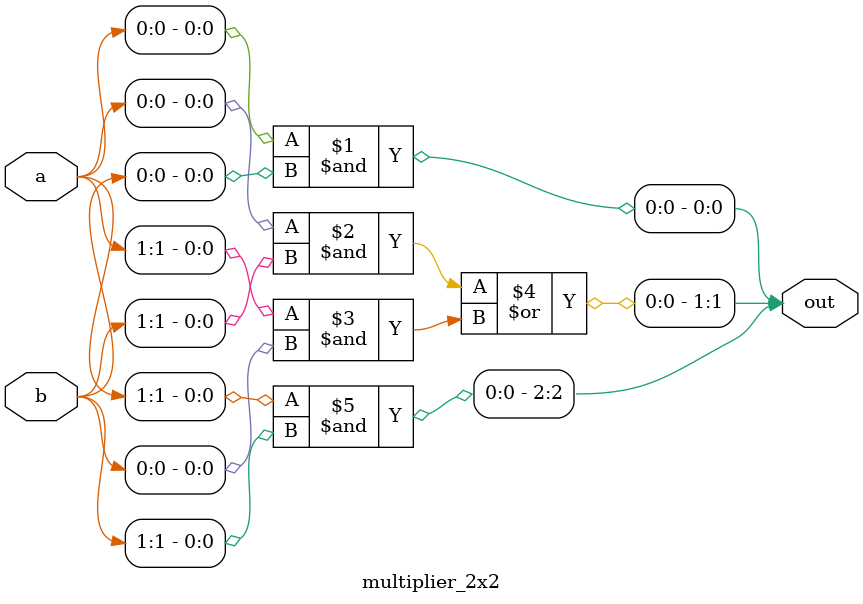
<source format=v>
module multiplier_2x2(
    input  wire [1:0] a,
    input  wire [1:0] b,
    output wire [2:0] out
);

assign out[0] = a[0] & b[0];
assign out[1] = (a[0] & b[1] ) | (a[1] & b[0]);
assign out[2] = (a[1] & b[1]);

endmodule
</source>
